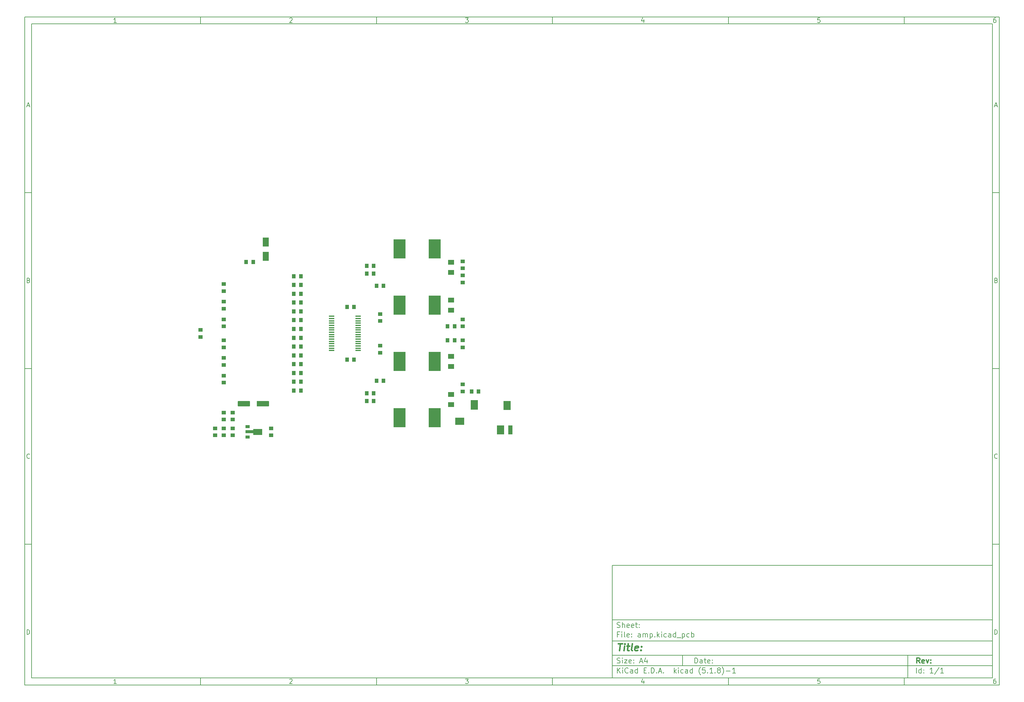
<source format=gtp>
G04 #@! TF.GenerationSoftware,KiCad,Pcbnew,(5.1.8)-1*
G04 #@! TF.CreationDate,2021-03-01T21:59:05+08:00*
G04 #@! TF.ProjectId,amp,616d702e-6b69-4636-9164-5f7063625858,rev?*
G04 #@! TF.SameCoordinates,Original*
G04 #@! TF.FileFunction,Paste,Top*
G04 #@! TF.FilePolarity,Positive*
%FSLAX46Y46*%
G04 Gerber Fmt 4.6, Leading zero omitted, Abs format (unit mm)*
G04 Created by KiCad (PCBNEW (5.1.8)-1) date 2021-03-01 21:59:05*
%MOMM*%
%LPD*%
G01*
G04 APERTURE LIST*
%ADD10C,0.150000*%
%ADD11C,0.300000*%
%ADD12C,0.400000*%
%ADD13R,1.000000X1.250000*%
%ADD14R,3.500000X5.400000*%
%ADD15R,1.500000X0.400000*%
%ADD16R,1.800000X2.500000*%
%ADD17R,2.500000X1.800000*%
%ADD18R,3.000000X0.900000*%
%ADD19R,1.300000X0.900000*%
%ADD20R,1.700000X1.360000*%
%ADD21R,2.000000X2.500000*%
%ADD22R,1.200000X2.500000*%
%ADD23R,2.500000X2.000000*%
%ADD24R,2.000000X2.800000*%
%ADD25R,1.250000X1.000000*%
G04 APERTURE END LIST*
D10*
X177002200Y-166007200D02*
X177002200Y-198007200D01*
X285002200Y-198007200D01*
X285002200Y-166007200D01*
X177002200Y-166007200D01*
X10000000Y-10000000D02*
X10000000Y-200007200D01*
X287002200Y-200007200D01*
X287002200Y-10000000D01*
X10000000Y-10000000D01*
X12000000Y-12000000D02*
X12000000Y-198007200D01*
X285002200Y-198007200D01*
X285002200Y-12000000D01*
X12000000Y-12000000D01*
X60000000Y-12000000D02*
X60000000Y-10000000D01*
X110000000Y-12000000D02*
X110000000Y-10000000D01*
X160000000Y-12000000D02*
X160000000Y-10000000D01*
X210000000Y-12000000D02*
X210000000Y-10000000D01*
X260000000Y-12000000D02*
X260000000Y-10000000D01*
X36065476Y-11588095D02*
X35322619Y-11588095D01*
X35694047Y-11588095D02*
X35694047Y-10288095D01*
X35570238Y-10473809D01*
X35446428Y-10597619D01*
X35322619Y-10659523D01*
X85322619Y-10411904D02*
X85384523Y-10350000D01*
X85508333Y-10288095D01*
X85817857Y-10288095D01*
X85941666Y-10350000D01*
X86003571Y-10411904D01*
X86065476Y-10535714D01*
X86065476Y-10659523D01*
X86003571Y-10845238D01*
X85260714Y-11588095D01*
X86065476Y-11588095D01*
X135260714Y-10288095D02*
X136065476Y-10288095D01*
X135632142Y-10783333D01*
X135817857Y-10783333D01*
X135941666Y-10845238D01*
X136003571Y-10907142D01*
X136065476Y-11030952D01*
X136065476Y-11340476D01*
X136003571Y-11464285D01*
X135941666Y-11526190D01*
X135817857Y-11588095D01*
X135446428Y-11588095D01*
X135322619Y-11526190D01*
X135260714Y-11464285D01*
X185941666Y-10721428D02*
X185941666Y-11588095D01*
X185632142Y-10226190D02*
X185322619Y-11154761D01*
X186127380Y-11154761D01*
X236003571Y-10288095D02*
X235384523Y-10288095D01*
X235322619Y-10907142D01*
X235384523Y-10845238D01*
X235508333Y-10783333D01*
X235817857Y-10783333D01*
X235941666Y-10845238D01*
X236003571Y-10907142D01*
X236065476Y-11030952D01*
X236065476Y-11340476D01*
X236003571Y-11464285D01*
X235941666Y-11526190D01*
X235817857Y-11588095D01*
X235508333Y-11588095D01*
X235384523Y-11526190D01*
X235322619Y-11464285D01*
X285941666Y-10288095D02*
X285694047Y-10288095D01*
X285570238Y-10350000D01*
X285508333Y-10411904D01*
X285384523Y-10597619D01*
X285322619Y-10845238D01*
X285322619Y-11340476D01*
X285384523Y-11464285D01*
X285446428Y-11526190D01*
X285570238Y-11588095D01*
X285817857Y-11588095D01*
X285941666Y-11526190D01*
X286003571Y-11464285D01*
X286065476Y-11340476D01*
X286065476Y-11030952D01*
X286003571Y-10907142D01*
X285941666Y-10845238D01*
X285817857Y-10783333D01*
X285570238Y-10783333D01*
X285446428Y-10845238D01*
X285384523Y-10907142D01*
X285322619Y-11030952D01*
X60000000Y-198007200D02*
X60000000Y-200007200D01*
X110000000Y-198007200D02*
X110000000Y-200007200D01*
X160000000Y-198007200D02*
X160000000Y-200007200D01*
X210000000Y-198007200D02*
X210000000Y-200007200D01*
X260000000Y-198007200D02*
X260000000Y-200007200D01*
X36065476Y-199595295D02*
X35322619Y-199595295D01*
X35694047Y-199595295D02*
X35694047Y-198295295D01*
X35570238Y-198481009D01*
X35446428Y-198604819D01*
X35322619Y-198666723D01*
X85322619Y-198419104D02*
X85384523Y-198357200D01*
X85508333Y-198295295D01*
X85817857Y-198295295D01*
X85941666Y-198357200D01*
X86003571Y-198419104D01*
X86065476Y-198542914D01*
X86065476Y-198666723D01*
X86003571Y-198852438D01*
X85260714Y-199595295D01*
X86065476Y-199595295D01*
X135260714Y-198295295D02*
X136065476Y-198295295D01*
X135632142Y-198790533D01*
X135817857Y-198790533D01*
X135941666Y-198852438D01*
X136003571Y-198914342D01*
X136065476Y-199038152D01*
X136065476Y-199347676D01*
X136003571Y-199471485D01*
X135941666Y-199533390D01*
X135817857Y-199595295D01*
X135446428Y-199595295D01*
X135322619Y-199533390D01*
X135260714Y-199471485D01*
X185941666Y-198728628D02*
X185941666Y-199595295D01*
X185632142Y-198233390D02*
X185322619Y-199161961D01*
X186127380Y-199161961D01*
X236003571Y-198295295D02*
X235384523Y-198295295D01*
X235322619Y-198914342D01*
X235384523Y-198852438D01*
X235508333Y-198790533D01*
X235817857Y-198790533D01*
X235941666Y-198852438D01*
X236003571Y-198914342D01*
X236065476Y-199038152D01*
X236065476Y-199347676D01*
X236003571Y-199471485D01*
X235941666Y-199533390D01*
X235817857Y-199595295D01*
X235508333Y-199595295D01*
X235384523Y-199533390D01*
X235322619Y-199471485D01*
X285941666Y-198295295D02*
X285694047Y-198295295D01*
X285570238Y-198357200D01*
X285508333Y-198419104D01*
X285384523Y-198604819D01*
X285322619Y-198852438D01*
X285322619Y-199347676D01*
X285384523Y-199471485D01*
X285446428Y-199533390D01*
X285570238Y-199595295D01*
X285817857Y-199595295D01*
X285941666Y-199533390D01*
X286003571Y-199471485D01*
X286065476Y-199347676D01*
X286065476Y-199038152D01*
X286003571Y-198914342D01*
X285941666Y-198852438D01*
X285817857Y-198790533D01*
X285570238Y-198790533D01*
X285446428Y-198852438D01*
X285384523Y-198914342D01*
X285322619Y-199038152D01*
X10000000Y-60000000D02*
X12000000Y-60000000D01*
X10000000Y-110000000D02*
X12000000Y-110000000D01*
X10000000Y-160000000D02*
X12000000Y-160000000D01*
X10690476Y-35216666D02*
X11309523Y-35216666D01*
X10566666Y-35588095D02*
X11000000Y-34288095D01*
X11433333Y-35588095D01*
X11092857Y-84907142D02*
X11278571Y-84969047D01*
X11340476Y-85030952D01*
X11402380Y-85154761D01*
X11402380Y-85340476D01*
X11340476Y-85464285D01*
X11278571Y-85526190D01*
X11154761Y-85588095D01*
X10659523Y-85588095D01*
X10659523Y-84288095D01*
X11092857Y-84288095D01*
X11216666Y-84350000D01*
X11278571Y-84411904D01*
X11340476Y-84535714D01*
X11340476Y-84659523D01*
X11278571Y-84783333D01*
X11216666Y-84845238D01*
X11092857Y-84907142D01*
X10659523Y-84907142D01*
X11402380Y-135464285D02*
X11340476Y-135526190D01*
X11154761Y-135588095D01*
X11030952Y-135588095D01*
X10845238Y-135526190D01*
X10721428Y-135402380D01*
X10659523Y-135278571D01*
X10597619Y-135030952D01*
X10597619Y-134845238D01*
X10659523Y-134597619D01*
X10721428Y-134473809D01*
X10845238Y-134350000D01*
X11030952Y-134288095D01*
X11154761Y-134288095D01*
X11340476Y-134350000D01*
X11402380Y-134411904D01*
X10659523Y-185588095D02*
X10659523Y-184288095D01*
X10969047Y-184288095D01*
X11154761Y-184350000D01*
X11278571Y-184473809D01*
X11340476Y-184597619D01*
X11402380Y-184845238D01*
X11402380Y-185030952D01*
X11340476Y-185278571D01*
X11278571Y-185402380D01*
X11154761Y-185526190D01*
X10969047Y-185588095D01*
X10659523Y-185588095D01*
X287002200Y-60000000D02*
X285002200Y-60000000D01*
X287002200Y-110000000D02*
X285002200Y-110000000D01*
X287002200Y-160000000D02*
X285002200Y-160000000D01*
X285692676Y-35216666D02*
X286311723Y-35216666D01*
X285568866Y-35588095D02*
X286002200Y-34288095D01*
X286435533Y-35588095D01*
X286095057Y-84907142D02*
X286280771Y-84969047D01*
X286342676Y-85030952D01*
X286404580Y-85154761D01*
X286404580Y-85340476D01*
X286342676Y-85464285D01*
X286280771Y-85526190D01*
X286156961Y-85588095D01*
X285661723Y-85588095D01*
X285661723Y-84288095D01*
X286095057Y-84288095D01*
X286218866Y-84350000D01*
X286280771Y-84411904D01*
X286342676Y-84535714D01*
X286342676Y-84659523D01*
X286280771Y-84783333D01*
X286218866Y-84845238D01*
X286095057Y-84907142D01*
X285661723Y-84907142D01*
X286404580Y-135464285D02*
X286342676Y-135526190D01*
X286156961Y-135588095D01*
X286033152Y-135588095D01*
X285847438Y-135526190D01*
X285723628Y-135402380D01*
X285661723Y-135278571D01*
X285599819Y-135030952D01*
X285599819Y-134845238D01*
X285661723Y-134597619D01*
X285723628Y-134473809D01*
X285847438Y-134350000D01*
X286033152Y-134288095D01*
X286156961Y-134288095D01*
X286342676Y-134350000D01*
X286404580Y-134411904D01*
X285661723Y-185588095D02*
X285661723Y-184288095D01*
X285971247Y-184288095D01*
X286156961Y-184350000D01*
X286280771Y-184473809D01*
X286342676Y-184597619D01*
X286404580Y-184845238D01*
X286404580Y-185030952D01*
X286342676Y-185278571D01*
X286280771Y-185402380D01*
X286156961Y-185526190D01*
X285971247Y-185588095D01*
X285661723Y-185588095D01*
X200434342Y-193785771D02*
X200434342Y-192285771D01*
X200791485Y-192285771D01*
X201005771Y-192357200D01*
X201148628Y-192500057D01*
X201220057Y-192642914D01*
X201291485Y-192928628D01*
X201291485Y-193142914D01*
X201220057Y-193428628D01*
X201148628Y-193571485D01*
X201005771Y-193714342D01*
X200791485Y-193785771D01*
X200434342Y-193785771D01*
X202577200Y-193785771D02*
X202577200Y-193000057D01*
X202505771Y-192857200D01*
X202362914Y-192785771D01*
X202077200Y-192785771D01*
X201934342Y-192857200D01*
X202577200Y-193714342D02*
X202434342Y-193785771D01*
X202077200Y-193785771D01*
X201934342Y-193714342D01*
X201862914Y-193571485D01*
X201862914Y-193428628D01*
X201934342Y-193285771D01*
X202077200Y-193214342D01*
X202434342Y-193214342D01*
X202577200Y-193142914D01*
X203077200Y-192785771D02*
X203648628Y-192785771D01*
X203291485Y-192285771D02*
X203291485Y-193571485D01*
X203362914Y-193714342D01*
X203505771Y-193785771D01*
X203648628Y-193785771D01*
X204720057Y-193714342D02*
X204577200Y-193785771D01*
X204291485Y-193785771D01*
X204148628Y-193714342D01*
X204077200Y-193571485D01*
X204077200Y-193000057D01*
X204148628Y-192857200D01*
X204291485Y-192785771D01*
X204577200Y-192785771D01*
X204720057Y-192857200D01*
X204791485Y-193000057D01*
X204791485Y-193142914D01*
X204077200Y-193285771D01*
X205434342Y-193642914D02*
X205505771Y-193714342D01*
X205434342Y-193785771D01*
X205362914Y-193714342D01*
X205434342Y-193642914D01*
X205434342Y-193785771D01*
X205434342Y-192857200D02*
X205505771Y-192928628D01*
X205434342Y-193000057D01*
X205362914Y-192928628D01*
X205434342Y-192857200D01*
X205434342Y-193000057D01*
X177002200Y-194507200D02*
X285002200Y-194507200D01*
X178434342Y-196585771D02*
X178434342Y-195085771D01*
X179291485Y-196585771D02*
X178648628Y-195728628D01*
X179291485Y-195085771D02*
X178434342Y-195942914D01*
X179934342Y-196585771D02*
X179934342Y-195585771D01*
X179934342Y-195085771D02*
X179862914Y-195157200D01*
X179934342Y-195228628D01*
X180005771Y-195157200D01*
X179934342Y-195085771D01*
X179934342Y-195228628D01*
X181505771Y-196442914D02*
X181434342Y-196514342D01*
X181220057Y-196585771D01*
X181077200Y-196585771D01*
X180862914Y-196514342D01*
X180720057Y-196371485D01*
X180648628Y-196228628D01*
X180577200Y-195942914D01*
X180577200Y-195728628D01*
X180648628Y-195442914D01*
X180720057Y-195300057D01*
X180862914Y-195157200D01*
X181077200Y-195085771D01*
X181220057Y-195085771D01*
X181434342Y-195157200D01*
X181505771Y-195228628D01*
X182791485Y-196585771D02*
X182791485Y-195800057D01*
X182720057Y-195657200D01*
X182577200Y-195585771D01*
X182291485Y-195585771D01*
X182148628Y-195657200D01*
X182791485Y-196514342D02*
X182648628Y-196585771D01*
X182291485Y-196585771D01*
X182148628Y-196514342D01*
X182077200Y-196371485D01*
X182077200Y-196228628D01*
X182148628Y-196085771D01*
X182291485Y-196014342D01*
X182648628Y-196014342D01*
X182791485Y-195942914D01*
X184148628Y-196585771D02*
X184148628Y-195085771D01*
X184148628Y-196514342D02*
X184005771Y-196585771D01*
X183720057Y-196585771D01*
X183577200Y-196514342D01*
X183505771Y-196442914D01*
X183434342Y-196300057D01*
X183434342Y-195871485D01*
X183505771Y-195728628D01*
X183577200Y-195657200D01*
X183720057Y-195585771D01*
X184005771Y-195585771D01*
X184148628Y-195657200D01*
X186005771Y-195800057D02*
X186505771Y-195800057D01*
X186720057Y-196585771D02*
X186005771Y-196585771D01*
X186005771Y-195085771D01*
X186720057Y-195085771D01*
X187362914Y-196442914D02*
X187434342Y-196514342D01*
X187362914Y-196585771D01*
X187291485Y-196514342D01*
X187362914Y-196442914D01*
X187362914Y-196585771D01*
X188077200Y-196585771D02*
X188077200Y-195085771D01*
X188434342Y-195085771D01*
X188648628Y-195157200D01*
X188791485Y-195300057D01*
X188862914Y-195442914D01*
X188934342Y-195728628D01*
X188934342Y-195942914D01*
X188862914Y-196228628D01*
X188791485Y-196371485D01*
X188648628Y-196514342D01*
X188434342Y-196585771D01*
X188077200Y-196585771D01*
X189577200Y-196442914D02*
X189648628Y-196514342D01*
X189577200Y-196585771D01*
X189505771Y-196514342D01*
X189577200Y-196442914D01*
X189577200Y-196585771D01*
X190220057Y-196157200D02*
X190934342Y-196157200D01*
X190077200Y-196585771D02*
X190577200Y-195085771D01*
X191077200Y-196585771D01*
X191577200Y-196442914D02*
X191648628Y-196514342D01*
X191577200Y-196585771D01*
X191505771Y-196514342D01*
X191577200Y-196442914D01*
X191577200Y-196585771D01*
X194577200Y-196585771D02*
X194577200Y-195085771D01*
X194720057Y-196014342D02*
X195148628Y-196585771D01*
X195148628Y-195585771D02*
X194577200Y-196157200D01*
X195791485Y-196585771D02*
X195791485Y-195585771D01*
X195791485Y-195085771D02*
X195720057Y-195157200D01*
X195791485Y-195228628D01*
X195862914Y-195157200D01*
X195791485Y-195085771D01*
X195791485Y-195228628D01*
X197148628Y-196514342D02*
X197005771Y-196585771D01*
X196720057Y-196585771D01*
X196577200Y-196514342D01*
X196505771Y-196442914D01*
X196434342Y-196300057D01*
X196434342Y-195871485D01*
X196505771Y-195728628D01*
X196577200Y-195657200D01*
X196720057Y-195585771D01*
X197005771Y-195585771D01*
X197148628Y-195657200D01*
X198434342Y-196585771D02*
X198434342Y-195800057D01*
X198362914Y-195657200D01*
X198220057Y-195585771D01*
X197934342Y-195585771D01*
X197791485Y-195657200D01*
X198434342Y-196514342D02*
X198291485Y-196585771D01*
X197934342Y-196585771D01*
X197791485Y-196514342D01*
X197720057Y-196371485D01*
X197720057Y-196228628D01*
X197791485Y-196085771D01*
X197934342Y-196014342D01*
X198291485Y-196014342D01*
X198434342Y-195942914D01*
X199791485Y-196585771D02*
X199791485Y-195085771D01*
X199791485Y-196514342D02*
X199648628Y-196585771D01*
X199362914Y-196585771D01*
X199220057Y-196514342D01*
X199148628Y-196442914D01*
X199077200Y-196300057D01*
X199077200Y-195871485D01*
X199148628Y-195728628D01*
X199220057Y-195657200D01*
X199362914Y-195585771D01*
X199648628Y-195585771D01*
X199791485Y-195657200D01*
X202077200Y-197157200D02*
X202005771Y-197085771D01*
X201862914Y-196871485D01*
X201791485Y-196728628D01*
X201720057Y-196514342D01*
X201648628Y-196157200D01*
X201648628Y-195871485D01*
X201720057Y-195514342D01*
X201791485Y-195300057D01*
X201862914Y-195157200D01*
X202005771Y-194942914D01*
X202077200Y-194871485D01*
X203362914Y-195085771D02*
X202648628Y-195085771D01*
X202577200Y-195800057D01*
X202648628Y-195728628D01*
X202791485Y-195657200D01*
X203148628Y-195657200D01*
X203291485Y-195728628D01*
X203362914Y-195800057D01*
X203434342Y-195942914D01*
X203434342Y-196300057D01*
X203362914Y-196442914D01*
X203291485Y-196514342D01*
X203148628Y-196585771D01*
X202791485Y-196585771D01*
X202648628Y-196514342D01*
X202577200Y-196442914D01*
X204077200Y-196442914D02*
X204148628Y-196514342D01*
X204077200Y-196585771D01*
X204005771Y-196514342D01*
X204077200Y-196442914D01*
X204077200Y-196585771D01*
X205577200Y-196585771D02*
X204720057Y-196585771D01*
X205148628Y-196585771D02*
X205148628Y-195085771D01*
X205005771Y-195300057D01*
X204862914Y-195442914D01*
X204720057Y-195514342D01*
X206220057Y-196442914D02*
X206291485Y-196514342D01*
X206220057Y-196585771D01*
X206148628Y-196514342D01*
X206220057Y-196442914D01*
X206220057Y-196585771D01*
X207148628Y-195728628D02*
X207005771Y-195657200D01*
X206934342Y-195585771D01*
X206862914Y-195442914D01*
X206862914Y-195371485D01*
X206934342Y-195228628D01*
X207005771Y-195157200D01*
X207148628Y-195085771D01*
X207434342Y-195085771D01*
X207577200Y-195157200D01*
X207648628Y-195228628D01*
X207720057Y-195371485D01*
X207720057Y-195442914D01*
X207648628Y-195585771D01*
X207577200Y-195657200D01*
X207434342Y-195728628D01*
X207148628Y-195728628D01*
X207005771Y-195800057D01*
X206934342Y-195871485D01*
X206862914Y-196014342D01*
X206862914Y-196300057D01*
X206934342Y-196442914D01*
X207005771Y-196514342D01*
X207148628Y-196585771D01*
X207434342Y-196585771D01*
X207577200Y-196514342D01*
X207648628Y-196442914D01*
X207720057Y-196300057D01*
X207720057Y-196014342D01*
X207648628Y-195871485D01*
X207577200Y-195800057D01*
X207434342Y-195728628D01*
X208220057Y-197157200D02*
X208291485Y-197085771D01*
X208434342Y-196871485D01*
X208505771Y-196728628D01*
X208577200Y-196514342D01*
X208648628Y-196157200D01*
X208648628Y-195871485D01*
X208577200Y-195514342D01*
X208505771Y-195300057D01*
X208434342Y-195157200D01*
X208291485Y-194942914D01*
X208220057Y-194871485D01*
X209362914Y-196014342D02*
X210505771Y-196014342D01*
X212005771Y-196585771D02*
X211148628Y-196585771D01*
X211577200Y-196585771D02*
X211577200Y-195085771D01*
X211434342Y-195300057D01*
X211291485Y-195442914D01*
X211148628Y-195514342D01*
X177002200Y-191507200D02*
X285002200Y-191507200D01*
D11*
X264411485Y-193785771D02*
X263911485Y-193071485D01*
X263554342Y-193785771D02*
X263554342Y-192285771D01*
X264125771Y-192285771D01*
X264268628Y-192357200D01*
X264340057Y-192428628D01*
X264411485Y-192571485D01*
X264411485Y-192785771D01*
X264340057Y-192928628D01*
X264268628Y-193000057D01*
X264125771Y-193071485D01*
X263554342Y-193071485D01*
X265625771Y-193714342D02*
X265482914Y-193785771D01*
X265197200Y-193785771D01*
X265054342Y-193714342D01*
X264982914Y-193571485D01*
X264982914Y-193000057D01*
X265054342Y-192857200D01*
X265197200Y-192785771D01*
X265482914Y-192785771D01*
X265625771Y-192857200D01*
X265697200Y-193000057D01*
X265697200Y-193142914D01*
X264982914Y-193285771D01*
X266197200Y-192785771D02*
X266554342Y-193785771D01*
X266911485Y-192785771D01*
X267482914Y-193642914D02*
X267554342Y-193714342D01*
X267482914Y-193785771D01*
X267411485Y-193714342D01*
X267482914Y-193642914D01*
X267482914Y-193785771D01*
X267482914Y-192857200D02*
X267554342Y-192928628D01*
X267482914Y-193000057D01*
X267411485Y-192928628D01*
X267482914Y-192857200D01*
X267482914Y-193000057D01*
D10*
X178362914Y-193714342D02*
X178577200Y-193785771D01*
X178934342Y-193785771D01*
X179077200Y-193714342D01*
X179148628Y-193642914D01*
X179220057Y-193500057D01*
X179220057Y-193357200D01*
X179148628Y-193214342D01*
X179077200Y-193142914D01*
X178934342Y-193071485D01*
X178648628Y-193000057D01*
X178505771Y-192928628D01*
X178434342Y-192857200D01*
X178362914Y-192714342D01*
X178362914Y-192571485D01*
X178434342Y-192428628D01*
X178505771Y-192357200D01*
X178648628Y-192285771D01*
X179005771Y-192285771D01*
X179220057Y-192357200D01*
X179862914Y-193785771D02*
X179862914Y-192785771D01*
X179862914Y-192285771D02*
X179791485Y-192357200D01*
X179862914Y-192428628D01*
X179934342Y-192357200D01*
X179862914Y-192285771D01*
X179862914Y-192428628D01*
X180434342Y-192785771D02*
X181220057Y-192785771D01*
X180434342Y-193785771D01*
X181220057Y-193785771D01*
X182362914Y-193714342D02*
X182220057Y-193785771D01*
X181934342Y-193785771D01*
X181791485Y-193714342D01*
X181720057Y-193571485D01*
X181720057Y-193000057D01*
X181791485Y-192857200D01*
X181934342Y-192785771D01*
X182220057Y-192785771D01*
X182362914Y-192857200D01*
X182434342Y-193000057D01*
X182434342Y-193142914D01*
X181720057Y-193285771D01*
X183077200Y-193642914D02*
X183148628Y-193714342D01*
X183077200Y-193785771D01*
X183005771Y-193714342D01*
X183077200Y-193642914D01*
X183077200Y-193785771D01*
X183077200Y-192857200D02*
X183148628Y-192928628D01*
X183077200Y-193000057D01*
X183005771Y-192928628D01*
X183077200Y-192857200D01*
X183077200Y-193000057D01*
X184862914Y-193357200D02*
X185577200Y-193357200D01*
X184720057Y-193785771D02*
X185220057Y-192285771D01*
X185720057Y-193785771D01*
X186862914Y-192785771D02*
X186862914Y-193785771D01*
X186505771Y-192214342D02*
X186148628Y-193285771D01*
X187077200Y-193285771D01*
X263434342Y-196585771D02*
X263434342Y-195085771D01*
X264791485Y-196585771D02*
X264791485Y-195085771D01*
X264791485Y-196514342D02*
X264648628Y-196585771D01*
X264362914Y-196585771D01*
X264220057Y-196514342D01*
X264148628Y-196442914D01*
X264077200Y-196300057D01*
X264077200Y-195871485D01*
X264148628Y-195728628D01*
X264220057Y-195657200D01*
X264362914Y-195585771D01*
X264648628Y-195585771D01*
X264791485Y-195657200D01*
X265505771Y-196442914D02*
X265577200Y-196514342D01*
X265505771Y-196585771D01*
X265434342Y-196514342D01*
X265505771Y-196442914D01*
X265505771Y-196585771D01*
X265505771Y-195657200D02*
X265577200Y-195728628D01*
X265505771Y-195800057D01*
X265434342Y-195728628D01*
X265505771Y-195657200D01*
X265505771Y-195800057D01*
X268148628Y-196585771D02*
X267291485Y-196585771D01*
X267720057Y-196585771D02*
X267720057Y-195085771D01*
X267577200Y-195300057D01*
X267434342Y-195442914D01*
X267291485Y-195514342D01*
X269862914Y-195014342D02*
X268577200Y-196942914D01*
X271148628Y-196585771D02*
X270291485Y-196585771D01*
X270720057Y-196585771D02*
X270720057Y-195085771D01*
X270577200Y-195300057D01*
X270434342Y-195442914D01*
X270291485Y-195514342D01*
X177002200Y-187507200D02*
X285002200Y-187507200D01*
D12*
X178714580Y-188211961D02*
X179857438Y-188211961D01*
X179036009Y-190211961D02*
X179286009Y-188211961D01*
X180274104Y-190211961D02*
X180440771Y-188878628D01*
X180524104Y-188211961D02*
X180416961Y-188307200D01*
X180500295Y-188402438D01*
X180607438Y-188307200D01*
X180524104Y-188211961D01*
X180500295Y-188402438D01*
X181107438Y-188878628D02*
X181869342Y-188878628D01*
X181476485Y-188211961D02*
X181262200Y-189926247D01*
X181333628Y-190116723D01*
X181512200Y-190211961D01*
X181702676Y-190211961D01*
X182655057Y-190211961D02*
X182476485Y-190116723D01*
X182405057Y-189926247D01*
X182619342Y-188211961D01*
X184190771Y-190116723D02*
X183988390Y-190211961D01*
X183607438Y-190211961D01*
X183428866Y-190116723D01*
X183357438Y-189926247D01*
X183452676Y-189164342D01*
X183571723Y-188973866D01*
X183774104Y-188878628D01*
X184155057Y-188878628D01*
X184333628Y-188973866D01*
X184405057Y-189164342D01*
X184381247Y-189354819D01*
X183405057Y-189545295D01*
X185155057Y-190021485D02*
X185238390Y-190116723D01*
X185131247Y-190211961D01*
X185047914Y-190116723D01*
X185155057Y-190021485D01*
X185131247Y-190211961D01*
X185286009Y-188973866D02*
X185369342Y-189069104D01*
X185262200Y-189164342D01*
X185178866Y-189069104D01*
X185286009Y-188973866D01*
X185262200Y-189164342D01*
D10*
X178934342Y-185600057D02*
X178434342Y-185600057D01*
X178434342Y-186385771D02*
X178434342Y-184885771D01*
X179148628Y-184885771D01*
X179720057Y-186385771D02*
X179720057Y-185385771D01*
X179720057Y-184885771D02*
X179648628Y-184957200D01*
X179720057Y-185028628D01*
X179791485Y-184957200D01*
X179720057Y-184885771D01*
X179720057Y-185028628D01*
X180648628Y-186385771D02*
X180505771Y-186314342D01*
X180434342Y-186171485D01*
X180434342Y-184885771D01*
X181791485Y-186314342D02*
X181648628Y-186385771D01*
X181362914Y-186385771D01*
X181220057Y-186314342D01*
X181148628Y-186171485D01*
X181148628Y-185600057D01*
X181220057Y-185457200D01*
X181362914Y-185385771D01*
X181648628Y-185385771D01*
X181791485Y-185457200D01*
X181862914Y-185600057D01*
X181862914Y-185742914D01*
X181148628Y-185885771D01*
X182505771Y-186242914D02*
X182577200Y-186314342D01*
X182505771Y-186385771D01*
X182434342Y-186314342D01*
X182505771Y-186242914D01*
X182505771Y-186385771D01*
X182505771Y-185457200D02*
X182577200Y-185528628D01*
X182505771Y-185600057D01*
X182434342Y-185528628D01*
X182505771Y-185457200D01*
X182505771Y-185600057D01*
X185005771Y-186385771D02*
X185005771Y-185600057D01*
X184934342Y-185457200D01*
X184791485Y-185385771D01*
X184505771Y-185385771D01*
X184362914Y-185457200D01*
X185005771Y-186314342D02*
X184862914Y-186385771D01*
X184505771Y-186385771D01*
X184362914Y-186314342D01*
X184291485Y-186171485D01*
X184291485Y-186028628D01*
X184362914Y-185885771D01*
X184505771Y-185814342D01*
X184862914Y-185814342D01*
X185005771Y-185742914D01*
X185720057Y-186385771D02*
X185720057Y-185385771D01*
X185720057Y-185528628D02*
X185791485Y-185457200D01*
X185934342Y-185385771D01*
X186148628Y-185385771D01*
X186291485Y-185457200D01*
X186362914Y-185600057D01*
X186362914Y-186385771D01*
X186362914Y-185600057D02*
X186434342Y-185457200D01*
X186577200Y-185385771D01*
X186791485Y-185385771D01*
X186934342Y-185457200D01*
X187005771Y-185600057D01*
X187005771Y-186385771D01*
X187720057Y-185385771D02*
X187720057Y-186885771D01*
X187720057Y-185457200D02*
X187862914Y-185385771D01*
X188148628Y-185385771D01*
X188291485Y-185457200D01*
X188362914Y-185528628D01*
X188434342Y-185671485D01*
X188434342Y-186100057D01*
X188362914Y-186242914D01*
X188291485Y-186314342D01*
X188148628Y-186385771D01*
X187862914Y-186385771D01*
X187720057Y-186314342D01*
X189077200Y-186242914D02*
X189148628Y-186314342D01*
X189077200Y-186385771D01*
X189005771Y-186314342D01*
X189077200Y-186242914D01*
X189077200Y-186385771D01*
X189791485Y-186385771D02*
X189791485Y-184885771D01*
X189934342Y-185814342D02*
X190362914Y-186385771D01*
X190362914Y-185385771D02*
X189791485Y-185957200D01*
X191005771Y-186385771D02*
X191005771Y-185385771D01*
X191005771Y-184885771D02*
X190934342Y-184957200D01*
X191005771Y-185028628D01*
X191077200Y-184957200D01*
X191005771Y-184885771D01*
X191005771Y-185028628D01*
X192362914Y-186314342D02*
X192220057Y-186385771D01*
X191934342Y-186385771D01*
X191791485Y-186314342D01*
X191720057Y-186242914D01*
X191648628Y-186100057D01*
X191648628Y-185671485D01*
X191720057Y-185528628D01*
X191791485Y-185457200D01*
X191934342Y-185385771D01*
X192220057Y-185385771D01*
X192362914Y-185457200D01*
X193648628Y-186385771D02*
X193648628Y-185600057D01*
X193577200Y-185457200D01*
X193434342Y-185385771D01*
X193148628Y-185385771D01*
X193005771Y-185457200D01*
X193648628Y-186314342D02*
X193505771Y-186385771D01*
X193148628Y-186385771D01*
X193005771Y-186314342D01*
X192934342Y-186171485D01*
X192934342Y-186028628D01*
X193005771Y-185885771D01*
X193148628Y-185814342D01*
X193505771Y-185814342D01*
X193648628Y-185742914D01*
X195005771Y-186385771D02*
X195005771Y-184885771D01*
X195005771Y-186314342D02*
X194862914Y-186385771D01*
X194577200Y-186385771D01*
X194434342Y-186314342D01*
X194362914Y-186242914D01*
X194291485Y-186100057D01*
X194291485Y-185671485D01*
X194362914Y-185528628D01*
X194434342Y-185457200D01*
X194577200Y-185385771D01*
X194862914Y-185385771D01*
X195005771Y-185457200D01*
X195362914Y-186528628D02*
X196505771Y-186528628D01*
X196862914Y-185385771D02*
X196862914Y-186885771D01*
X196862914Y-185457200D02*
X197005771Y-185385771D01*
X197291485Y-185385771D01*
X197434342Y-185457200D01*
X197505771Y-185528628D01*
X197577200Y-185671485D01*
X197577200Y-186100057D01*
X197505771Y-186242914D01*
X197434342Y-186314342D01*
X197291485Y-186385771D01*
X197005771Y-186385771D01*
X196862914Y-186314342D01*
X198862914Y-186314342D02*
X198720057Y-186385771D01*
X198434342Y-186385771D01*
X198291485Y-186314342D01*
X198220057Y-186242914D01*
X198148628Y-186100057D01*
X198148628Y-185671485D01*
X198220057Y-185528628D01*
X198291485Y-185457200D01*
X198434342Y-185385771D01*
X198720057Y-185385771D01*
X198862914Y-185457200D01*
X199505771Y-186385771D02*
X199505771Y-184885771D01*
X199505771Y-185457200D02*
X199648628Y-185385771D01*
X199934342Y-185385771D01*
X200077200Y-185457200D01*
X200148628Y-185528628D01*
X200220057Y-185671485D01*
X200220057Y-186100057D01*
X200148628Y-186242914D01*
X200077200Y-186314342D01*
X199934342Y-186385771D01*
X199648628Y-186385771D01*
X199505771Y-186314342D01*
X177002200Y-181507200D02*
X285002200Y-181507200D01*
X178362914Y-183614342D02*
X178577200Y-183685771D01*
X178934342Y-183685771D01*
X179077200Y-183614342D01*
X179148628Y-183542914D01*
X179220057Y-183400057D01*
X179220057Y-183257200D01*
X179148628Y-183114342D01*
X179077200Y-183042914D01*
X178934342Y-182971485D01*
X178648628Y-182900057D01*
X178505771Y-182828628D01*
X178434342Y-182757200D01*
X178362914Y-182614342D01*
X178362914Y-182471485D01*
X178434342Y-182328628D01*
X178505771Y-182257200D01*
X178648628Y-182185771D01*
X179005771Y-182185771D01*
X179220057Y-182257200D01*
X179862914Y-183685771D02*
X179862914Y-182185771D01*
X180505771Y-183685771D02*
X180505771Y-182900057D01*
X180434342Y-182757200D01*
X180291485Y-182685771D01*
X180077200Y-182685771D01*
X179934342Y-182757200D01*
X179862914Y-182828628D01*
X181791485Y-183614342D02*
X181648628Y-183685771D01*
X181362914Y-183685771D01*
X181220057Y-183614342D01*
X181148628Y-183471485D01*
X181148628Y-182900057D01*
X181220057Y-182757200D01*
X181362914Y-182685771D01*
X181648628Y-182685771D01*
X181791485Y-182757200D01*
X181862914Y-182900057D01*
X181862914Y-183042914D01*
X181148628Y-183185771D01*
X183077200Y-183614342D02*
X182934342Y-183685771D01*
X182648628Y-183685771D01*
X182505771Y-183614342D01*
X182434342Y-183471485D01*
X182434342Y-182900057D01*
X182505771Y-182757200D01*
X182648628Y-182685771D01*
X182934342Y-182685771D01*
X183077200Y-182757200D01*
X183148628Y-182900057D01*
X183148628Y-183042914D01*
X182434342Y-183185771D01*
X183577200Y-182685771D02*
X184148628Y-182685771D01*
X183791485Y-182185771D02*
X183791485Y-183471485D01*
X183862914Y-183614342D01*
X184005771Y-183685771D01*
X184148628Y-183685771D01*
X184648628Y-183542914D02*
X184720057Y-183614342D01*
X184648628Y-183685771D01*
X184577200Y-183614342D01*
X184648628Y-183542914D01*
X184648628Y-183685771D01*
X184648628Y-182757200D02*
X184720057Y-182828628D01*
X184648628Y-182900057D01*
X184577200Y-182828628D01*
X184648628Y-182757200D01*
X184648628Y-182900057D01*
X197002200Y-191507200D02*
X197002200Y-194507200D01*
X261002200Y-191507200D02*
X261002200Y-198007200D01*
D13*
X88500000Y-98750000D03*
X86500000Y-98750000D03*
X88500000Y-86250000D03*
X86500000Y-86250000D03*
X88500000Y-88750000D03*
X86500000Y-88750000D03*
D14*
X126500000Y-124000000D03*
X116500000Y-124000000D03*
X126500000Y-108000000D03*
X116500000Y-108000000D03*
X126500000Y-92000000D03*
X116500000Y-92000000D03*
X116500000Y-76000000D03*
X126500000Y-76000000D03*
D15*
X104800000Y-95125000D03*
X104800000Y-95775000D03*
X104800000Y-96425000D03*
X104800000Y-97075000D03*
X104800000Y-97725000D03*
X104800000Y-98375000D03*
X104800000Y-99025000D03*
X104800000Y-99675000D03*
X104800000Y-100325000D03*
X104800000Y-100975000D03*
X104800000Y-101625000D03*
X104800000Y-102275000D03*
X104800000Y-102925000D03*
X104800000Y-103575000D03*
X104800000Y-104225000D03*
X104800000Y-104875000D03*
X97200000Y-104875000D03*
X97200000Y-104225000D03*
X97200000Y-103575000D03*
X97200000Y-102925000D03*
X97200000Y-102275000D03*
X97200000Y-101625000D03*
X97200000Y-100975000D03*
X97200000Y-100325000D03*
X97200000Y-99675000D03*
X97200000Y-99025000D03*
X97200000Y-98375000D03*
X97200000Y-97725000D03*
X97200000Y-97075000D03*
X97200000Y-96425000D03*
X97200000Y-95775000D03*
X97200000Y-95125000D03*
D16*
X78520000Y-74050000D03*
X78520000Y-78050000D03*
G36*
G01*
X75950000Y-120550000D02*
X75950000Y-119450000D01*
G75*
G02*
X76200000Y-119200000I250000J0D01*
G01*
X79200000Y-119200000D01*
G75*
G02*
X79450000Y-119450000I0J-250000D01*
G01*
X79450000Y-120550000D01*
G75*
G02*
X79200000Y-120800000I-250000J0D01*
G01*
X76200000Y-120800000D01*
G75*
G02*
X75950000Y-120550000I0J250000D01*
G01*
G37*
G36*
G01*
X70550000Y-120550000D02*
X70550000Y-119450000D01*
G75*
G02*
X70800000Y-119200000I250000J0D01*
G01*
X73800000Y-119200000D01*
G75*
G02*
X74050000Y-119450000I0J-250000D01*
G01*
X74050000Y-120550000D01*
G75*
G02*
X73800000Y-120800000I-250000J0D01*
G01*
X70800000Y-120800000D01*
G75*
G02*
X70550000Y-120550000I0J250000D01*
G01*
G37*
D17*
X76200000Y-128010000D03*
D18*
X74200000Y-128000000D03*
D19*
X73350000Y-129500000D03*
X73350000Y-126500000D03*
D20*
X131220000Y-117350000D03*
X131220000Y-120250000D03*
X131220000Y-106550000D03*
X131220000Y-109450000D03*
X131220000Y-82650000D03*
X131220000Y-79750000D03*
X131220000Y-93450000D03*
X131220000Y-90550000D03*
D21*
X147100000Y-120550000D03*
D22*
X148000000Y-127450000D03*
D23*
X133600000Y-125000000D03*
D21*
X145200000Y-127450000D03*
D24*
X137800000Y-120300000D03*
D25*
X69100000Y-129000000D03*
X69100000Y-127000000D03*
X64100000Y-129000000D03*
X64100000Y-127000000D03*
D13*
X86500000Y-101250000D03*
X88500000Y-101250000D03*
X112000000Y-86500000D03*
X110000000Y-86500000D03*
D25*
X111000000Y-96500000D03*
X111000000Y-94500000D03*
X111000000Y-105500000D03*
X111000000Y-103500000D03*
D13*
X112000000Y-113500000D03*
X110000000Y-113500000D03*
X107200000Y-80800000D03*
X109200000Y-80800000D03*
X107200000Y-117000000D03*
X109200000Y-117000000D03*
X109200000Y-83000000D03*
X107200000Y-83000000D03*
X107200000Y-119200000D03*
X109200000Y-119200000D03*
D25*
X134500000Y-81500000D03*
X134500000Y-79500000D03*
D13*
X130200000Y-98000000D03*
X132200000Y-98000000D03*
X130200000Y-102000000D03*
X132200000Y-102000000D03*
X137000000Y-116500000D03*
X139000000Y-116500000D03*
D25*
X66600000Y-93000000D03*
X66600000Y-91000000D03*
X66600000Y-107000000D03*
X66600000Y-109000000D03*
X66600000Y-86000000D03*
X66600000Y-88000000D03*
X66600000Y-104000000D03*
X66600000Y-102000000D03*
X66600000Y-98000000D03*
X66600000Y-96000000D03*
X66600000Y-112000000D03*
X66600000Y-114000000D03*
X69100000Y-122500000D03*
X69100000Y-124500000D03*
X66600000Y-127000000D03*
X66600000Y-129000000D03*
D13*
X88500000Y-83750000D03*
X86500000Y-83750000D03*
X86500000Y-96250000D03*
X88500000Y-96250000D03*
X86500000Y-108750000D03*
X88500000Y-108750000D03*
X86500000Y-111250000D03*
X88500000Y-111250000D03*
X88500000Y-113750000D03*
X86500000Y-113750000D03*
X88500000Y-116250000D03*
X86500000Y-116250000D03*
X88500000Y-93750000D03*
X86500000Y-93750000D03*
D25*
X60000000Y-101000000D03*
X60000000Y-99000000D03*
X134500000Y-85500000D03*
X134500000Y-83500000D03*
X134500000Y-98000000D03*
X134500000Y-96000000D03*
X134500000Y-102000000D03*
X134500000Y-104000000D03*
X134500000Y-114500000D03*
X134500000Y-116500000D03*
X80000000Y-129000000D03*
X80000000Y-127000000D03*
D13*
X74960000Y-79700000D03*
X72960000Y-79700000D03*
D25*
X66600000Y-124500000D03*
X66600000Y-122500000D03*
D13*
X101600000Y-92500000D03*
X103600000Y-92500000D03*
X103600000Y-107500000D03*
X101600000Y-107500000D03*
X86500000Y-106250000D03*
X88500000Y-106250000D03*
X86500000Y-91250000D03*
X88500000Y-91250000D03*
X88500000Y-103750000D03*
X86500000Y-103750000D03*
M02*

</source>
